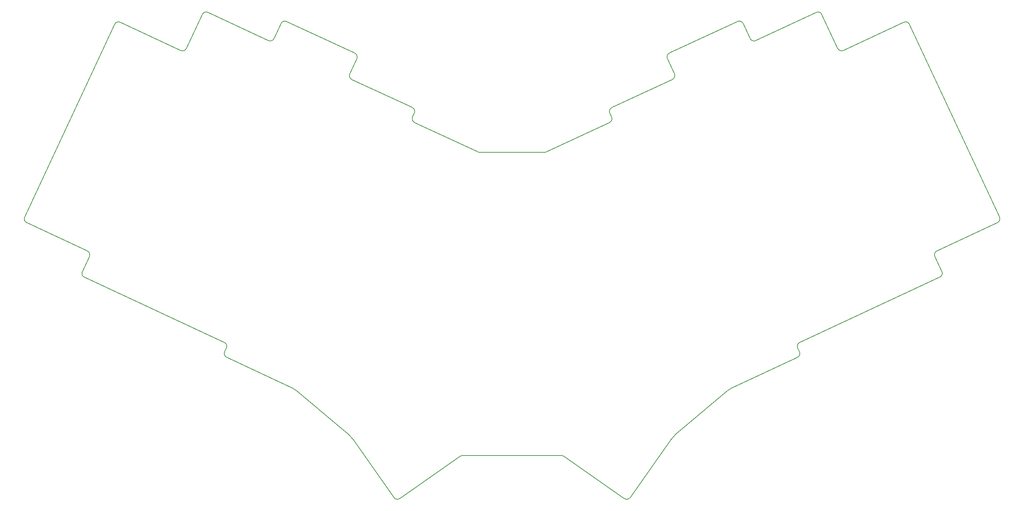
<source format=gbr>
%TF.GenerationSoftware,KiCad,Pcbnew,7.0.10*%
%TF.CreationDate,2024-01-18T08:47:23+01:00*%
%TF.ProjectId,turbo_go_2,74757262-6f5f-4676-9f5f-322e6b696361,v1.0.0*%
%TF.SameCoordinates,Original*%
%TF.FileFunction,Profile,NP*%
%FSLAX46Y46*%
G04 Gerber Fmt 4.6, Leading zero omitted, Abs format (unit mm)*
G04 Created by KiCad (PCBNEW 7.0.10) date 2024-01-18 08:47:23*
%MOMM*%
%LPD*%
G01*
G04 APERTURE LIST*
%TA.AperFunction,Profile*%
%ADD10C,0.150000*%
%TD*%
G04 APERTURE END LIST*
D10*
X184014700Y-98719343D02*
G75*
G03*
X183531017Y-100048259I422500J-906257D01*
G01*
X108730494Y-166692317D02*
G75*
G03*
X108625019Y-166614980I-643394J-766883D01*
G01*
X262538629Y-139339543D02*
G75*
G03*
X263022294Y-138010580I-422729J906343D01*
G01*
X43481176Y-124965584D02*
G75*
G03*
X43964889Y-126294527I906324J-422616D01*
G01*
X136750330Y-100048276D02*
G75*
G03*
X136266625Y-98719339I-906430J422576D01*
G01*
X197792537Y-85674365D02*
X214106074Y-78067234D01*
X87325998Y-75897953D02*
X101826929Y-82659848D01*
X215435040Y-78550919D02*
G75*
G03*
X214106074Y-78067234I-906340J-422681D01*
G01*
X238087865Y-84538398D02*
G75*
G03*
X239416741Y-85022109I906335J422698D01*
G01*
X107283390Y-165760272D02*
G75*
G03*
X107168703Y-165697350I-536790J-842428D01*
G01*
X121282018Y-90628529D02*
G75*
G03*
X121765699Y-91957461I906182J-422671D01*
G01*
X276316463Y-126294585D02*
G75*
G03*
X276800124Y-124965605I-422563J906285D01*
G01*
X136750315Y-100048269D02*
X136327697Y-100954581D01*
X58949474Y-134385338D02*
G75*
G03*
X58465820Y-133056417I-906274J422638D01*
G01*
X218454413Y-82659860D02*
X232955331Y-75897960D01*
X184014704Y-98719351D02*
X198515637Y-91957447D01*
X136811389Y-102283507D02*
X152017692Y-109374321D01*
X239416741Y-85022109D02*
X253917671Y-78260214D01*
X198225349Y-178155935D02*
G75*
G03*
X198143479Y-178257960I737751J-675865D01*
G01*
X261815506Y-133056404D02*
G75*
G03*
X261331829Y-134385347I422594J-906296D01*
G01*
X217125464Y-82176163D02*
G75*
G03*
X218454413Y-82659860I906336J422663D01*
G01*
X212997949Y-165760264D02*
X211656327Y-166614969D01*
X234284263Y-76381646D02*
X238087827Y-84538416D01*
X136327696Y-100954581D02*
G75*
G03*
X136811393Y-102283510I906304J-422619D01*
G01*
X183469979Y-102283556D02*
G75*
G03*
X183953632Y-100954583I-422779J906356D01*
G01*
X215435009Y-78550934D02*
X217125484Y-82176154D01*
X122972492Y-87003294D02*
X121282009Y-90628525D01*
X262538610Y-139339502D02*
X229005222Y-154976384D01*
X87325977Y-75897999D02*
G75*
G03*
X85997080Y-76381649I-422577J-906401D01*
G01*
X106175243Y-78067257D02*
G75*
G03*
X104846325Y-78550924I-422643J-906243D01*
G01*
X43481211Y-124965600D02*
X65034738Y-78743907D01*
X120981273Y-176983125D02*
G75*
G03*
X120886789Y-176892663I-737273J-675475D01*
G01*
X122055974Y-178155943D02*
X120981277Y-176983122D01*
X234284331Y-76381614D02*
G75*
G03*
X232955331Y-75897961I-906331J-422686D01*
G01*
X261331821Y-134385338D02*
X263022303Y-138010579D01*
X171977520Y-182051053D02*
X148303819Y-182051054D01*
X91759820Y-156305318D02*
G75*
G03*
X91276118Y-154976380I-906320J422618D01*
G01*
X211550843Y-166692322D02*
X199394534Y-176892662D01*
X211656329Y-166614972D02*
G75*
G03*
X211550843Y-166692322I538971J-845628D01*
G01*
X121765703Y-91957459D02*
X136266625Y-98719340D01*
X122972520Y-87003307D02*
G75*
G03*
X122488792Y-85674373I-906320J422607D01*
G01*
X122137854Y-178257956D02*
G75*
G03*
X122055974Y-178155943I-819054J-573544D01*
G01*
X80864581Y-85022112D02*
G75*
G03*
X82193513Y-84538416I422619J906312D01*
G01*
X66363661Y-78260217D02*
G75*
G03*
X65034739Y-78743907I-422661J-906183D01*
G01*
X183953632Y-100954583D02*
X183531017Y-100048267D01*
X276316437Y-126294528D02*
X261815514Y-133056421D01*
X213112628Y-165697344D02*
G75*
G03*
X212997948Y-165760258I421872J-904956D01*
G01*
X255246601Y-78743905D02*
G75*
G03*
X253917671Y-78260215I-906301J-422595D01*
G01*
X148303819Y-182051085D02*
G75*
G03*
X147730237Y-182231894I-119J-999815D01*
G01*
X106175250Y-78067242D02*
X122488792Y-85674373D01*
X228521527Y-156305313D02*
X228944152Y-157211612D01*
X101826912Y-82659884D02*
G75*
G03*
X103155848Y-82176164I422588J906384D01*
G01*
X57259040Y-138010575D02*
X58949507Y-134385353D01*
X120886786Y-176892662D02*
X108730497Y-166692314D01*
X58465820Y-133056417D02*
X43964890Y-126294528D01*
X131851059Y-192129856D02*
X122137854Y-178257956D01*
X228460453Y-158540521D02*
G75*
G03*
X228944152Y-157211612I-422653J906321D01*
G01*
X198999321Y-90628526D02*
X197308851Y-87003293D01*
X131851035Y-192129873D02*
G75*
G03*
X133243782Y-192375429I819165J573673D01*
G01*
X66363659Y-78260221D02*
X80864583Y-85022108D01*
X91337182Y-157211614D02*
X91759801Y-156305309D01*
X108625020Y-166614979D02*
X107283391Y-165760271D01*
X229005213Y-154976364D02*
G75*
G03*
X228521527Y-156305308I422687J-906336D01*
G01*
X147730237Y-182231894D02*
X133243782Y-192375429D01*
X91276118Y-154976379D02*
X57742729Y-139339500D01*
X82193514Y-84538416D02*
X85997080Y-76381649D01*
X255246592Y-78743909D02*
X276800126Y-124965606D01*
X103155849Y-82176164D02*
X104846325Y-78550924D01*
X199394534Y-176892662D02*
G75*
G03*
X199300050Y-176983112I643466J-766738D01*
G01*
X198143479Y-178257960D02*
X188430279Y-192129848D01*
X197792509Y-85674304D02*
G75*
G03*
X197308851Y-87003293I422591J-906296D01*
G01*
X228460462Y-158540540D02*
X213112629Y-165697346D01*
X199300047Y-176983113D02*
X198225351Y-178155937D01*
X198515672Y-91957521D02*
G75*
G03*
X198999321Y-90628526I-422672J906321D01*
G01*
X168263632Y-109374323D02*
X183469954Y-102283502D01*
X152017688Y-109374329D02*
G75*
G03*
X152440321Y-109468017I422612J906329D01*
G01*
X187037555Y-192375423D02*
X172551091Y-182231899D01*
X172551099Y-182231888D02*
G75*
G03*
X171977520Y-182051053I-573699J-819612D01*
G01*
X167841024Y-109468021D02*
G75*
G03*
X168263637Y-109374322I-24J1000021D01*
G01*
X187037594Y-192375368D02*
G75*
G03*
X188430279Y-192129848I573606J818968D01*
G01*
X91337196Y-157211620D02*
G75*
G03*
X91820877Y-158540537I906404J-422580D01*
G01*
X152440320Y-109468011D02*
X167841024Y-109468011D01*
X57259071Y-138010589D02*
G75*
G03*
X57742725Y-139339499I906329J-422611D01*
G01*
X107168703Y-165697350D02*
X91820877Y-158540538D01*
M02*

</source>
